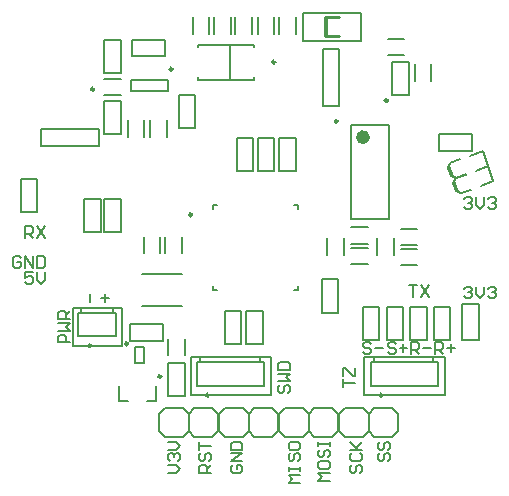
<source format=gto>
G04*
G04 #@! TF.GenerationSoftware,Altium Limited,Altium Designer,24.5.2 (23)*
G04*
G04 Layer_Color=65535*
%FSLAX25Y25*%
%MOIN*%
G70*
G04*
G04 #@! TF.SameCoordinates,7B9D950A-14CE-42BF-A02F-5B63482B5899*
G04*
G04*
G04 #@! TF.FilePolarity,Positive*
G04*
G01*
G75*
%ADD10C,0.00984*%
%ADD11C,0.02362*%
%ADD12C,0.00500*%
%ADD13C,0.00787*%
%ADD14C,0.01000*%
D10*
X-140430Y-175197D02*
G03*
X-140430Y-175197I-492J0D01*
G01*
X-82556D02*
G03*
X-82556Y-175197I-492J0D01*
G01*
X-178797Y-73204D02*
G03*
X-178797Y-73204I-492J0D01*
G01*
X-179702Y-158661D02*
G03*
X-179702Y-158661I-492J0D01*
G01*
X-118383Y-64173D02*
G03*
X-118383Y-64173I-492J0D01*
G01*
X-156375Y-168898D02*
G03*
X-156375Y-168898I-492J0D01*
G01*
X-167458Y-158012D02*
G03*
X-167458Y-158012I-492J0D01*
G01*
X-97517Y-83858D02*
G03*
X-97517Y-83858I-492J0D01*
G01*
X-80871Y-76988D02*
G03*
X-80871Y-76988I-492J0D01*
G01*
X-152635Y-66536D02*
G03*
X-152635Y-66536I-492J0D01*
G01*
X-146139Y-115059D02*
G03*
X-146139Y-115059I-492J0D01*
G01*
D11*
X-87970Y-89173D02*
G03*
X-87970Y-89173I-1181J0D01*
G01*
D12*
X-59206Y-102270D02*
X-58197Y-102740D01*
X-60485Y-98755D02*
X-59206Y-102270D01*
X-59837Y-101976D02*
X-58954Y-102387D01*
X-60780Y-99386D02*
X-60427Y-98629D01*
X-60485Y-98755D02*
X-60015Y-97746D01*
X-56685Y-96534D01*
X-58197Y-102740D02*
X-54867Y-101528D01*
X-49286Y-93841D02*
X-47468Y-98835D01*
X-53356Y-95322D02*
X-49286Y-93841D01*
X-51538Y-100317D02*
X-47468Y-98835D01*
X-60780Y-99386D02*
X-59837Y-101976D01*
X-59030Y-104504D02*
X-58088Y-107094D01*
X-49788Y-105435D02*
X-45719Y-103953D01*
X-51606Y-100440D02*
X-47537Y-98959D01*
X-45719Y-103953D01*
X-56448Y-107858D02*
X-53118Y-106647D01*
X-58266Y-102864D02*
X-54936Y-101652D01*
X-58736Y-103873D02*
X-58266Y-102864D01*
X-59030Y-104504D02*
X-58677Y-103747D01*
X-58088Y-107094D02*
X-57205Y-107505D01*
X-58736Y-103873D02*
X-57457Y-107388D01*
X-56448Y-107858D01*
D13*
X-128127Y-158268D02*
X-128127Y-147244D01*
X-128127Y-158268D02*
X-122615D01*
X-128127Y-147244D02*
X-122615D01*
Y-158268D02*
Y-147244D01*
X-135214Y-158268D02*
X-135214Y-147244D01*
X-135214Y-158268D02*
X-129702D01*
X-135214Y-147244D02*
X-129702D01*
Y-158268D02*
Y-147244D01*
X-60017Y-156693D02*
Y-145669D01*
X-65529D02*
X-60017D01*
X-65529Y-156693D02*
X-60017D01*
X-65529D02*
X-65529Y-145669D01*
X-75765Y-156693D02*
Y-145669D01*
X-81277D02*
X-75765D01*
X-81277Y-156693D02*
X-75765D01*
X-81277D02*
X-81277Y-145669D01*
X-67891Y-156693D02*
Y-145669D01*
X-73403D02*
X-67891D01*
X-73403Y-156693D02*
X-67891D01*
X-73403D02*
X-73403Y-145669D01*
X-83639Y-156693D02*
Y-145669D01*
X-89151D02*
X-83639D01*
X-89151Y-156693D02*
X-83639D01*
X-89151D02*
X-89151Y-145669D01*
X-144336Y-172047D02*
Y-164173D01*
Y-172047D02*
X-122123D01*
X-119761Y-175197D02*
Y-162598D01*
X-146533D02*
X-119761D01*
X-146533Y-175197D02*
Y-162598D01*
Y-175197D02*
X-119761D01*
X-144336Y-164173D02*
X-122123D01*
Y-172047D02*
Y-164173D01*
X-143344Y-164010D02*
Y-162598D01*
X-123600Y-164117D02*
Y-162598D01*
X-65726Y-164117D02*
Y-162598D01*
X-85470Y-164010D02*
Y-162598D01*
X-64249Y-172047D02*
Y-164173D01*
X-86462D02*
X-64249D01*
X-88659Y-175197D02*
X-61887D01*
X-88659D02*
Y-162598D01*
X-61887D01*
Y-175197D02*
Y-162598D01*
X-86462Y-172047D02*
X-64249D01*
X-86462D02*
Y-164173D01*
X-63954Y-88189D02*
X-52930Y-88189D01*
X-63954Y-93701D02*
Y-88189D01*
X-52930Y-93701D02*
Y-88189D01*
X-63954Y-93701D02*
X-52930D01*
X-203150Y-114173D02*
Y-103150D01*
Y-114173D02*
X-197638D01*
X-203150Y-103150D02*
X-197638D01*
X-197638Y-114173D02*
X-197638Y-103150D01*
X-177143Y-92240D02*
Y-86500D01*
X-196434Y-92240D02*
X-177143D01*
X-196434D02*
Y-86500D01*
X-177143D01*
X-111592Y-100394D02*
Y-89370D01*
X-117104D02*
X-111592D01*
X-117104Y-100394D02*
X-111592D01*
X-117104D02*
X-117104Y-89370D01*
X-97419Y-147638D02*
X-97418Y-136614D01*
X-102930D02*
X-97418D01*
X-102930Y-147638D02*
X-97419D01*
X-102930D02*
Y-136614D01*
X-172320Y-147582D02*
Y-146063D01*
X-183009Y-147474D02*
Y-146063D01*
X-171533Y-155512D02*
Y-147638D01*
X-184001D02*
X-171533D01*
X-185706Y-158661D02*
X-169564D01*
X-185706D02*
Y-146063D01*
X-169564D01*
Y-158661D02*
Y-146063D01*
X-184001Y-155512D02*
X-171533D01*
X-184001D02*
Y-147638D01*
X-77419Y-187205D02*
Y-181299D01*
X-87261Y-187205D02*
Y-181299D01*
X-97104Y-187205D02*
X-95135Y-189173D01*
X-97104Y-187205D02*
Y-181299D01*
X-95135Y-179331D01*
X-89230D01*
X-87261Y-181299D01*
X-85293Y-179331D01*
X-79387D01*
X-77419Y-181299D01*
X-79387Y-189173D02*
X-77419Y-187205D01*
X-85293Y-189173D02*
X-79387D01*
X-87261Y-187205D02*
X-85293Y-189173D01*
X-89230D02*
X-87261Y-187205D01*
X-95135Y-189173D02*
X-89230D01*
X-97419Y-187205D02*
Y-181299D01*
X-107261Y-187205D02*
Y-181299D01*
X-117104Y-187205D02*
X-115135Y-189173D01*
X-117104Y-187205D02*
Y-181299D01*
X-115135Y-179331D01*
X-109230D01*
X-107261Y-181299D01*
X-105293Y-179331D01*
X-99387D01*
X-97419Y-181299D01*
X-99387Y-189173D02*
X-97419Y-187205D01*
X-105293Y-189173D02*
X-99387D01*
X-107261Y-187205D02*
X-105293Y-189173D01*
X-109230D02*
X-107261Y-187205D01*
X-115135Y-189173D02*
X-109230D01*
X-117419Y-187205D02*
Y-181299D01*
X-127261Y-187205D02*
Y-181299D01*
X-137104Y-187205D02*
X-135135Y-189173D01*
X-137104Y-187205D02*
Y-181299D01*
X-135135Y-179331D01*
X-129230D01*
X-127261Y-181299D01*
X-125293Y-179331D01*
X-119387D01*
X-117419Y-181299D01*
X-119387Y-189173D02*
X-117419Y-187205D01*
X-125293Y-189173D02*
X-119387D01*
X-127261Y-187205D02*
X-125293Y-189173D01*
X-129230D02*
X-127261Y-187205D01*
X-135135Y-189173D02*
X-129230D01*
X-137419Y-187205D02*
Y-181299D01*
X-147261Y-187205D02*
Y-181299D01*
X-157104Y-187205D02*
X-155135Y-189173D01*
X-157104Y-187205D02*
Y-181299D01*
X-155135Y-179331D01*
X-149230D01*
X-147261Y-181299D01*
X-145293Y-179331D01*
X-139387D01*
X-137419Y-181299D01*
X-139387Y-189173D02*
X-137419Y-187205D01*
X-145293Y-189173D02*
X-139387D01*
X-147261Y-187205D02*
X-145293Y-189173D01*
X-149230D02*
X-147261Y-187205D01*
X-155135Y-189173D02*
X-149230D01*
X-93088Y-131496D02*
X-87576D01*
X-93088Y-125984D02*
X-87576D01*
X-93088Y-119291D02*
X-87576D01*
X-93088Y-124803D02*
X-87576D01*
X-84426Y-128347D02*
Y-122835D01*
X-78915Y-128347D02*
Y-122835D01*
X-95450Y-128347D02*
Y-122835D01*
X-100962Y-128347D02*
Y-122835D01*
X-109033Y-47638D02*
X-89741D01*
Y-57087D02*
Y-47638D01*
X-109033Y-57087D02*
X-89741D01*
X-109033D02*
Y-47638D01*
X-101848Y-55512D02*
Y-49213D01*
X-101060Y-55512D02*
Y-49213D01*
X-79308Y-75197D02*
Y-64173D01*
Y-75197D02*
X-73797D01*
X-79308Y-64173D02*
X-73796D01*
X-73797Y-75197D02*
X-73796Y-64173D01*
X-162674Y-134843D02*
X-149486D01*
X-162674Y-145473D02*
X-149486D01*
X-162205Y-127953D02*
Y-122441D01*
X-156693Y-127953D02*
Y-122441D01*
X-148600Y-175591D02*
X-148600Y-164567D01*
X-154112D02*
X-148600D01*
X-154112Y-175591D02*
X-148600D01*
X-154112D02*
Y-164567D01*
X-155118Y-127953D02*
Y-122441D01*
X-149606Y-127953D02*
Y-122441D01*
X-166710Y-151575D02*
X-155686Y-151575D01*
X-166710Y-157087D02*
Y-151575D01*
X-155686Y-157087D02*
Y-151575D01*
X-166710Y-157087D02*
X-155686D01*
X-176552Y-120866D02*
X-176552Y-109843D01*
X-182064D02*
X-176552D01*
X-182064Y-120866D02*
X-176552D01*
X-182064D02*
Y-109843D01*
X-169860Y-120866D02*
X-169860Y-109843D01*
X-175371D02*
X-169860D01*
X-175371Y-120866D02*
X-169860D01*
X-175371D02*
Y-109843D01*
X-148600Y-161811D02*
Y-156299D01*
X-154112Y-161811D02*
Y-156299D01*
X-50568Y-156693D02*
Y-144882D01*
X-56080Y-156693D02*
X-50568D01*
X-56080D02*
Y-144882D01*
X-50568D01*
X-131277Y-100394D02*
X-131277Y-89370D01*
X-131277Y-100394D02*
X-125765D01*
X-131277Y-89370D02*
X-125765D01*
Y-100394D02*
Y-89370D01*
X-124190Y-100394D02*
X-124190Y-89370D01*
X-124190Y-100394D02*
X-118678D01*
X-124190Y-89370D02*
X-118678D01*
Y-100394D02*
Y-89370D01*
X-76552Y-126378D02*
X-71041D01*
X-76552Y-131890D02*
X-71041D01*
X-76552Y-119685D02*
X-71041D01*
X-76552Y-125197D02*
X-71041D01*
X-133442Y-69685D02*
Y-58662D01*
X-144170Y-59252D02*
Y-58366D01*
Y-69980D02*
Y-69095D01*
Y-69980D02*
X-125470D01*
Y-59252D02*
Y-58366D01*
Y-69980D02*
Y-69095D01*
X-144170Y-58366D02*
X-125470D01*
X-150568Y-86221D02*
Y-75197D01*
Y-86221D02*
X-145056D01*
X-150568Y-75197D02*
X-145056D01*
X-145056Y-86221D02*
X-145056Y-75197D01*
X-118678Y-54724D02*
Y-49213D01*
X-124190Y-54724D02*
Y-49213D01*
X-126158Y-54665D02*
Y-49153D01*
X-131670Y-54665D02*
Y-49153D01*
X-133245Y-54724D02*
Y-49213D01*
X-138757Y-54724D02*
Y-49213D01*
X-140332Y-54724D02*
Y-49213D01*
X-145844Y-54724D02*
Y-49213D01*
X-161986Y-88976D02*
Y-83465D01*
X-167497Y-88976D02*
Y-83465D01*
X-154505Y-88976D02*
Y-83465D01*
X-160017Y-88976D02*
Y-83465D01*
X-175371Y-67717D02*
X-175371Y-56693D01*
X-175371Y-67717D02*
X-169860D01*
X-175371Y-56693D02*
X-169860D01*
Y-67717D02*
Y-56693D01*
X-80883Y-56299D02*
X-75371D01*
X-80883Y-61811D02*
X-75371D01*
X-175371Y-75197D02*
X-169860D01*
X-175371Y-69685D02*
X-169860D01*
X-71828Y-70473D02*
Y-64961D01*
X-66316Y-70473D02*
Y-64961D01*
X-169860Y-88189D02*
X-169860Y-77165D01*
X-175371D02*
X-169860D01*
X-175371Y-88189D02*
X-169860D01*
X-175371D02*
Y-77165D01*
X-111592Y-54724D02*
Y-49213D01*
X-117104Y-54724D02*
Y-49213D01*
X-165982Y-62204D02*
X-154958Y-62204D01*
Y-56693D01*
X-165982Y-62204D02*
Y-56693D01*
X-154958D01*
X-170450Y-177165D02*
X-167497D01*
X-170450D02*
Y-172047D01*
X-161198Y-177165D02*
X-158245D01*
Y-172047D01*
X-161986Y-164469D02*
Y-159154D01*
X-165135Y-164469D02*
Y-159154D01*
Y-164469D02*
X-161986D01*
X-165135Y-159154D02*
X-161986D01*
X-93088Y-116339D02*
X-80489D01*
X-93088Y-85236D02*
X-80489D01*
Y-116339D02*
Y-85236D01*
X-93088Y-116339D02*
Y-85236D01*
X-97107Y-78937D02*
Y-59646D01*
X-102454D02*
X-97107D01*
X-102454Y-78937D02*
Y-59646D01*
Y-78937D02*
X-97107D01*
X-166316Y-73917D02*
X-154112D01*
X-166316Y-69980D02*
X-154112D01*
X-166316Y-73917D02*
Y-69980D01*
X-154112Y-73917D02*
Y-69980D01*
X-139151Y-113091D02*
Y-111811D01*
Y-140157D02*
Y-138878D01*
X-112084Y-140157D02*
X-110804D01*
X-139151D02*
X-137871D01*
X-110804Y-113091D02*
Y-111811D01*
Y-140157D02*
Y-138878D01*
X-112084Y-111811D02*
X-110804D01*
X-139151D02*
X-137871D01*
X-55293Y-109712D02*
X-54637Y-109056D01*
X-53325D01*
X-52669Y-109712D01*
Y-110368D01*
X-53325Y-111024D01*
X-53981D01*
X-53325D01*
X-52669Y-111680D01*
Y-112336D01*
X-53325Y-112992D01*
X-54637D01*
X-55293Y-112336D01*
X-51357Y-109056D02*
Y-111680D01*
X-50045Y-112992D01*
X-48733Y-111680D01*
Y-109056D01*
X-47421Y-109712D02*
X-46765Y-109056D01*
X-45453D01*
X-44797Y-109712D01*
Y-110368D01*
X-45453Y-111024D01*
X-46109D01*
X-45453D01*
X-44797Y-111680D01*
Y-112336D01*
X-45453Y-112992D01*
X-46765D01*
X-47421Y-112336D01*
X-55293Y-139634D02*
X-54637Y-138978D01*
X-53325D01*
X-52669Y-139634D01*
Y-140290D01*
X-53325Y-140946D01*
X-53981D01*
X-53325D01*
X-52669Y-141602D01*
Y-142257D01*
X-53325Y-142913D01*
X-54637D01*
X-55293Y-142257D01*
X-51357Y-138978D02*
Y-141602D01*
X-50045Y-142913D01*
X-48733Y-141602D01*
Y-138978D01*
X-47421Y-139634D02*
X-46765Y-138978D01*
X-45453D01*
X-44797Y-139634D01*
Y-140290D01*
X-45453Y-140946D01*
X-46109D01*
X-45453D01*
X-44797Y-141602D01*
Y-142257D01*
X-45453Y-142913D01*
X-46765D01*
X-47421Y-142257D01*
X-73796Y-138584D02*
X-71173D01*
X-72485D01*
Y-142520D01*
X-69861Y-138584D02*
X-67237Y-142520D01*
Y-138584D02*
X-69861Y-142520D01*
X-201750Y-122835D02*
Y-118899D01*
X-199783D01*
X-199127Y-119555D01*
Y-120867D01*
X-199783Y-121523D01*
X-201750D01*
X-200439D02*
X-199127Y-122835D01*
X-197815Y-118899D02*
X-195191Y-122835D01*
Y-118899D02*
X-197815Y-122835D01*
X-199127Y-134253D02*
X-201750D01*
Y-136221D01*
X-200439Y-135565D01*
X-199783D01*
X-199127Y-136221D01*
Y-137533D01*
X-199783Y-138189D01*
X-201095D01*
X-201750Y-137533D01*
X-197815Y-134253D02*
Y-136877D01*
X-196503Y-138189D01*
X-195191Y-136877D01*
Y-134253D01*
X-203063Y-129397D02*
X-203718Y-128742D01*
X-205030D01*
X-205686Y-129397D01*
Y-132021D01*
X-205030Y-132677D01*
X-203718D01*
X-203063Y-132021D01*
Y-130709D01*
X-204374D01*
X-201750Y-132677D02*
Y-128742D01*
X-199127Y-132677D01*
Y-128742D01*
X-197815D02*
Y-132677D01*
X-195847D01*
X-195191Y-132021D01*
Y-129397D01*
X-195847Y-128742D01*
X-197815D01*
X-65135Y-161417D02*
Y-157482D01*
X-63167D01*
X-62511Y-158138D01*
Y-159450D01*
X-63167Y-160105D01*
X-65135D01*
X-63823D02*
X-62511Y-161417D01*
X-61199Y-159450D02*
X-58575D01*
X-59887Y-158138D02*
Y-160761D01*
X-73009Y-161417D02*
Y-157482D01*
X-71041D01*
X-70385Y-158138D01*
Y-159450D01*
X-71041Y-160105D01*
X-73009D01*
X-71697D02*
X-70385Y-161417D01*
X-69073Y-159450D02*
X-66450D01*
X-78259Y-158138D02*
X-78915Y-157482D01*
X-80227D01*
X-80883Y-158138D01*
Y-158793D01*
X-80227Y-159450D01*
X-78915D01*
X-78259Y-160105D01*
Y-160761D01*
X-78915Y-161417D01*
X-80227D01*
X-80883Y-160761D01*
X-76947Y-159450D02*
X-74324D01*
X-75635Y-158138D02*
Y-160761D01*
X-86527Y-158138D02*
X-87183Y-157482D01*
X-88495D01*
X-89151Y-158138D01*
Y-158793D01*
X-88495Y-159450D01*
X-87183D01*
X-86527Y-160105D01*
Y-160761D01*
X-87183Y-161417D01*
X-88495D01*
X-89151Y-160761D01*
X-85215Y-159450D02*
X-82591D01*
X-175108Y-144095D02*
Y-141471D01*
X-176420Y-142783D02*
X-173796D01*
X-180096Y-144095D02*
Y-141471D01*
X-154110Y-201181D02*
X-151486D01*
X-150174Y-199869D01*
X-151486Y-198557D01*
X-154110D01*
X-153454Y-197245D02*
X-154110Y-196589D01*
Y-195278D01*
X-153454Y-194622D01*
X-152798D01*
X-152142Y-195278D01*
Y-195933D01*
Y-195278D01*
X-151486Y-194622D01*
X-150830D01*
X-150174Y-195278D01*
Y-196589D01*
X-150830Y-197245D01*
X-154110Y-193310D02*
X-151486D01*
X-150174Y-191998D01*
X-151486Y-190686D01*
X-154110D01*
X-83376Y-194622D02*
X-84031Y-195278D01*
Y-196589D01*
X-83376Y-197245D01*
X-82720D01*
X-82064Y-196589D01*
Y-195278D01*
X-81408Y-194622D01*
X-80752D01*
X-80096Y-195278D01*
Y-196589D01*
X-80752Y-197245D01*
X-83376Y-190686D02*
X-84031Y-191342D01*
Y-192654D01*
X-83376Y-193310D01*
X-82720D01*
X-82064Y-192654D01*
Y-191342D01*
X-81408Y-190686D01*
X-80752D01*
X-80096Y-191342D01*
Y-192654D01*
X-80752Y-193310D01*
X-92824Y-198557D02*
X-93480Y-199213D01*
Y-200525D01*
X-92824Y-201181D01*
X-92168D01*
X-91512Y-200525D01*
Y-199213D01*
X-90856Y-198557D01*
X-90201D01*
X-89545Y-199213D01*
Y-200525D01*
X-90201Y-201181D01*
X-92824Y-194622D02*
X-93480Y-195278D01*
Y-196589D01*
X-92824Y-197245D01*
X-90201D01*
X-89545Y-196589D01*
Y-195278D01*
X-90201Y-194622D01*
X-93480Y-193310D02*
X-89545D01*
X-90856D01*
X-93480Y-190686D01*
X-91512Y-192654D01*
X-89545Y-190686D01*
X-100174Y-203805D02*
X-104110D01*
X-102798Y-202493D01*
X-104110Y-201181D01*
X-100174D01*
X-104110Y-197901D02*
Y-199213D01*
X-103454Y-199869D01*
X-100830D01*
X-100174Y-199213D01*
Y-197901D01*
X-100830Y-197245D01*
X-103454D01*
X-104110Y-197901D01*
X-103454Y-193310D02*
X-104110Y-193966D01*
Y-195278D01*
X-103454Y-195933D01*
X-102798D01*
X-102142Y-195278D01*
Y-193966D01*
X-101486Y-193310D01*
X-100830D01*
X-100174Y-193966D01*
Y-195278D01*
X-100830Y-195933D01*
X-104110Y-191998D02*
Y-190686D01*
Y-191342D01*
X-100174D01*
Y-191998D01*
Y-190686D01*
X-110017Y-204461D02*
X-113953D01*
X-112641Y-203149D01*
X-113953Y-201837D01*
X-110017D01*
X-113953Y-200525D02*
Y-199213D01*
Y-199869D01*
X-110017D01*
Y-200525D01*
Y-199213D01*
X-113297Y-194622D02*
X-113953Y-195278D01*
Y-196589D01*
X-113297Y-197245D01*
X-112641D01*
X-111985Y-196589D01*
Y-195278D01*
X-111329Y-194622D01*
X-110673D01*
X-110017Y-195278D01*
Y-196589D01*
X-110673Y-197245D01*
X-113953Y-191342D02*
Y-192654D01*
X-113297Y-193310D01*
X-110673D01*
X-110017Y-192654D01*
Y-191342D01*
X-110673Y-190686D01*
X-113297D01*
X-113953Y-191342D01*
X-132588Y-198557D02*
X-133244Y-199213D01*
Y-200525D01*
X-132588Y-201181D01*
X-129964D01*
X-129308Y-200525D01*
Y-199213D01*
X-129964Y-198557D01*
X-131276D01*
Y-199869D01*
X-129308Y-197245D02*
X-133244D01*
X-129308Y-194622D01*
X-133244D01*
Y-193310D02*
X-129308D01*
Y-191342D01*
X-129964Y-190686D01*
X-132588D01*
X-133244Y-191342D01*
Y-193310D01*
X-139938Y-201181D02*
X-143874D01*
Y-199213D01*
X-143218Y-198557D01*
X-141906D01*
X-141250Y-199213D01*
Y-201181D01*
Y-199869D02*
X-139938Y-198557D01*
X-143218Y-194622D02*
X-143874Y-195278D01*
Y-196589D01*
X-143218Y-197245D01*
X-142562D01*
X-141906Y-196589D01*
Y-195278D01*
X-141250Y-194622D01*
X-140594D01*
X-139938Y-195278D01*
Y-196589D01*
X-140594Y-197245D01*
X-143874Y-193310D02*
Y-190686D01*
Y-191998D01*
X-139938D01*
X-95843Y-172571D02*
Y-169947D01*
Y-171259D01*
X-91907D01*
X-95843Y-168635D02*
Y-166012D01*
X-95187D01*
X-92563Y-168635D01*
X-91907D01*
Y-166012D01*
X-116841Y-171915D02*
X-117497Y-172571D01*
Y-173883D01*
X-116841Y-174539D01*
X-116185D01*
X-115529Y-173883D01*
Y-172571D01*
X-114873Y-171915D01*
X-114217D01*
X-113561Y-172571D01*
Y-173883D01*
X-114217Y-174539D01*
X-117497Y-170603D02*
X-113561D01*
X-114873Y-169291D01*
X-113561Y-167979D01*
X-117497D01*
Y-166667D02*
X-113561D01*
Y-164700D01*
X-114217Y-164044D01*
X-116841D01*
X-117497Y-164700D01*
Y-166667D01*
X-186789Y-157610D02*
X-190725D01*
Y-155642D01*
X-190069Y-154986D01*
X-188757D01*
X-188101Y-155642D01*
Y-157610D01*
X-190725Y-153674D02*
X-186789D01*
X-188101Y-152362D01*
X-186789Y-151050D01*
X-190725D01*
X-186789Y-149738D02*
X-190725D01*
Y-147771D01*
X-190069Y-147115D01*
X-188757D01*
X-188101Y-147771D01*
Y-149738D01*
Y-148426D02*
X-186789Y-147115D01*
D14*
X-101848Y-49213D02*
X-97123D01*
X-101848Y-55512D02*
X-97123D01*
M02*

</source>
